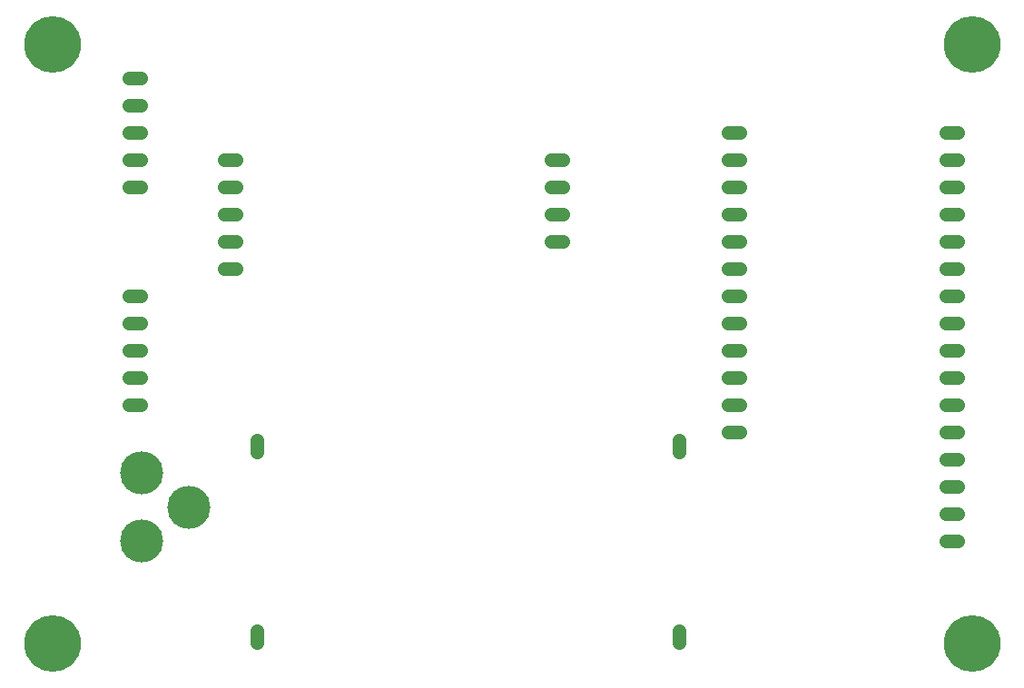
<source format=gbr>
G04 EAGLE Gerber RS-274X export*
G75*
%MOMM*%
%FSLAX34Y34*%
%LPD*%
%INSoldermask Top*%
%IPPOS*%
%AMOC8*
5,1,8,0,0,1.08239X$1,22.5*%
G01*
%ADD10C,5.283200*%
%ADD11C,1.311200*%
%ADD12C,4.013200*%


D10*
X984250Y133350D03*
X127000Y133350D03*
X127000Y692150D03*
X984250Y692150D03*
D11*
X317500Y145240D02*
X317500Y134160D01*
X317500Y311960D02*
X317500Y323040D01*
X711200Y323040D02*
X711200Y311960D01*
X711200Y145240D02*
X711200Y134160D01*
X756460Y584200D02*
X767540Y584200D01*
X767540Y609600D02*
X756460Y609600D01*
X756460Y558800D02*
X767540Y558800D01*
X767540Y533400D02*
X756460Y533400D01*
X756460Y508000D02*
X767540Y508000D01*
X767540Y482600D02*
X756460Y482600D01*
X756460Y457200D02*
X767540Y457200D01*
X767540Y431800D02*
X756460Y431800D01*
X756460Y406400D02*
X767540Y406400D01*
X767540Y381000D02*
X756460Y381000D01*
X756460Y355600D02*
X767540Y355600D01*
X767540Y330200D02*
X756460Y330200D01*
X959660Y609600D02*
X970740Y609600D01*
X970740Y584200D02*
X959660Y584200D01*
X959660Y558800D02*
X970740Y558800D01*
X970740Y533400D02*
X959660Y533400D01*
X959660Y508000D02*
X970740Y508000D01*
X970740Y482600D02*
X959660Y482600D01*
X959660Y457200D02*
X970740Y457200D01*
X970740Y431800D02*
X959660Y431800D01*
X959660Y406400D02*
X970740Y406400D01*
X970740Y381000D02*
X959660Y381000D01*
X959660Y355600D02*
X970740Y355600D01*
X970740Y330200D02*
X959660Y330200D01*
X959660Y304800D02*
X970740Y304800D01*
X970740Y279400D02*
X959660Y279400D01*
X959660Y254000D02*
X970740Y254000D01*
X970740Y228600D02*
X959660Y228600D01*
X297640Y584200D02*
X286560Y584200D01*
X286560Y558800D02*
X297640Y558800D01*
X297640Y533400D02*
X286560Y533400D01*
X286560Y508000D02*
X297640Y508000D01*
X297640Y482600D02*
X286560Y482600D01*
X591360Y584200D02*
X602440Y584200D01*
X602440Y558800D02*
X591360Y558800D01*
X591360Y533400D02*
X602440Y533400D01*
X602440Y508000D02*
X591360Y508000D01*
D12*
X254000Y260350D03*
X209550Y228600D03*
X209550Y292100D03*
D11*
X208740Y355600D02*
X197660Y355600D01*
X197660Y381000D02*
X208740Y381000D01*
X208740Y406400D02*
X197660Y406400D01*
X197660Y431800D02*
X208740Y431800D01*
X208740Y457200D02*
X197660Y457200D01*
X197660Y558800D02*
X208740Y558800D01*
X208740Y584200D02*
X197660Y584200D01*
X197660Y609600D02*
X208740Y609600D01*
X208740Y635000D02*
X197660Y635000D01*
X197660Y660400D02*
X208740Y660400D01*
M02*

</source>
